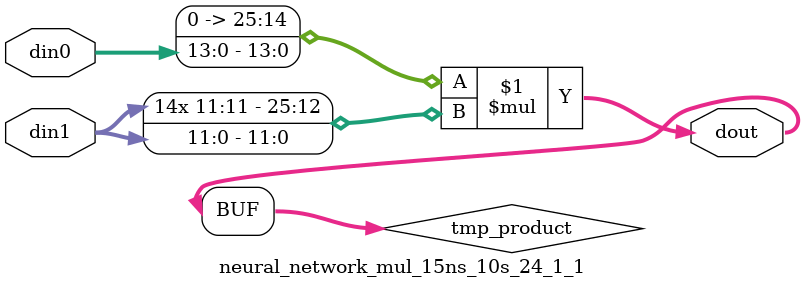
<source format=v>

`timescale 1 ns / 1 ps

  module neural_network_mul_15ns_10s_24_1_1(din0, din1, dout);
parameter ID = 1;
parameter NUM_STAGE = 0;
parameter din0_WIDTH = 14;
parameter din1_WIDTH = 12;
parameter dout_WIDTH = 26;

input [din0_WIDTH - 1 : 0] din0; 
input [din1_WIDTH - 1 : 0] din1; 
output [dout_WIDTH - 1 : 0] dout;

wire signed [dout_WIDTH - 1 : 0] tmp_product;











assign tmp_product = $signed({1'b0, din0}) * $signed(din1);










assign dout = tmp_product;







endmodule

</source>
